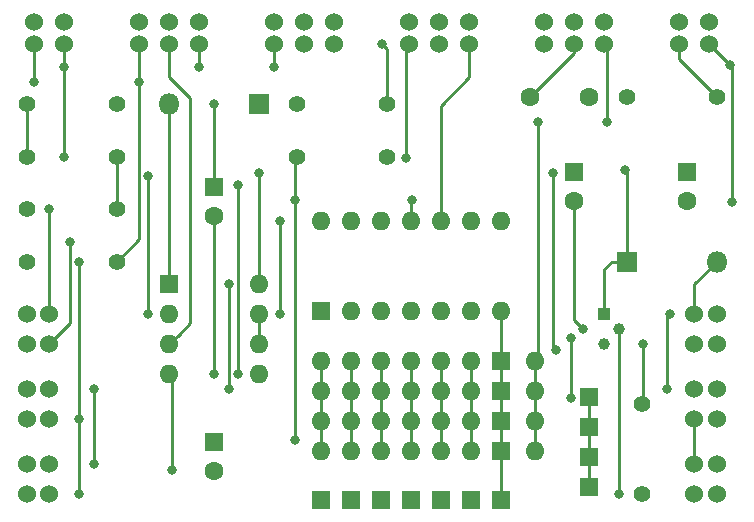
<source format=gbr>
%TF.GenerationSoftware,KiCad,Pcbnew,(2017-11-10 revision 636298b5d)-pre-sym-lib*%
%TF.CreationDate,2017-12-14T16:50:35-08:00*%
%TF.ProjectId,workshop_drum1,776F726B73686F705F6472756D312E6B,rev?*%
%TF.SameCoordinates,Original*%
%TF.FileFunction,Copper,L1,Top,Signal*%
%TF.FilePolarity,Positive*%
%FSLAX46Y46*%
G04 Gerber Fmt 4.6, Leading zero omitted, Abs format (unit mm)*
G04 Created by KiCad (PCBNEW (2017-11-10 revision 636298b5d)-pre-sym-lib) date Thursday, December 14, 2017 'PMt' 04:50:35 PM*
%MOMM*%
%LPD*%
G01*
G04 APERTURE LIST*
%TA.AperFunction,ComponentPad*%
%ADD10R,1.600000X1.600000*%
%TD*%
%TA.AperFunction,ComponentPad*%
%ADD11O,1.600000X1.600000*%
%TD*%
%TA.AperFunction,ComponentPad*%
%ADD12C,1.524000*%
%TD*%
%TA.AperFunction,ComponentPad*%
%ADD13C,1.600000*%
%TD*%
%TA.AperFunction,ComponentPad*%
%ADD14O,1.800000X1.800000*%
%TD*%
%TA.AperFunction,ComponentPad*%
%ADD15R,1.800000X1.800000*%
%TD*%
%TA.AperFunction,ComponentPad*%
%ADD16C,1.397000*%
%TD*%
%TA.AperFunction,ComponentPad*%
%ADD17R,1.000000X1.000000*%
%TD*%
%TA.AperFunction,ComponentPad*%
%ADD18C,1.000000*%
%TD*%
%TA.AperFunction,ViaPad*%
%ADD19C,0.800000*%
%TD*%
%TA.AperFunction,Conductor*%
%ADD20C,0.250000*%
%TD*%
G04 APERTURE END LIST*
D10*
%TO.P,GND2,1*%
%TO.N,Net-(GND1-Pad1)*%
X26797000Y2032000D03*
X29337000Y2032000D03*
X31877000Y2032000D03*
X34417000Y2032000D03*
X36957000Y2032000D03*
X39497000Y2032000D03*
X42037000Y2032000D03*
%TD*%
D11*
%TO.P,IN1,1*%
%TO.N,Net-(IN1-Pad1)*%
X26797000Y11303000D03*
X26797000Y8763000D03*
X26797000Y6223000D03*
X26797000Y13843000D03*
%TD*%
%TO.P,OUT3,1*%
%TO.N,Net-(OUT3-Pad1)*%
X39497000Y11303000D03*
X39497000Y8763000D03*
X39497000Y6223000D03*
X39497000Y13843000D03*
%TD*%
%TO.P,OUT2,1*%
%TO.N,Net-(OUT2-Pad1)*%
X34417000Y13843000D03*
X34417000Y6223000D03*
X34417000Y8763000D03*
X34417000Y11303000D03*
%TD*%
%TO.P,OUT1,1*%
%TO.N,Net-(OUT1-Pad1)*%
X29337000Y11303000D03*
X29337000Y8763000D03*
X29337000Y6223000D03*
X29337000Y13843000D03*
%TD*%
%TO.P,OscSwitchStrip1,1*%
%TO.N,Net-(OscSwitchStrip1-Pad1)*%
X44958000Y13843000D03*
X44958000Y6223000D03*
X44958000Y8763000D03*
X44958000Y11303000D03*
%TD*%
%TO.P,IN2,1*%
%TO.N,Net-(IN2-Pad1)*%
X31877000Y13843000D03*
X31877000Y6223000D03*
X31877000Y8763000D03*
X31877000Y11303000D03*
%TD*%
%TO.P,IN3,1*%
%TO.N,Net-(IN3-Pad1)*%
X36957000Y11303000D03*
X36957000Y8763000D03*
X36957000Y6223000D03*
X36957000Y13843000D03*
%TD*%
D12*
%TO.P,ON/OFF_LED1,*%
%TO.N,*%
X60325000Y15240000D03*
X60325000Y17780000D03*
%TO.P,ON/OFF_LED1,1*%
%TO.N,Net-(ON/OFF_LED1-Pad1)*%
X58420000Y15240000D03*
%TO.P,ON/OFF_LED1,2*%
%TO.N,Net-(D1-Pad2)*%
X58420000Y17780000D03*
%TD*%
%TO.P,Trig_LED1,2*%
%TO.N,Net-(Trig_LED1-Pad2)*%
X3810000Y15240000D03*
%TO.P,Trig_LED1,1*%
%TO.N,Net-(R8-Pad2)*%
X3810000Y17780000D03*
%TO.P,Trig_LED1,*%
%TO.N,*%
X1905000Y15240000D03*
X1905000Y17780000D03*
%TD*%
D13*
%TO.P,C5,1*%
%TO.N,Net-(C5-Pad1)*%
X49530000Y36195000D03*
%TO.P,C5,2*%
%TO.N,Net-(C5-Pad2)*%
X44530000Y36195000D03*
%TD*%
%TO.P,C4,2*%
%TO.N,GND*%
X17780000Y4485000D03*
D10*
%TO.P,C4,1*%
%TO.N,Net-(C4-Pad1)*%
X17780000Y6985000D03*
%TD*%
%TO.P,C1,1*%
%TO.N,Net-(C1-Pad1)*%
X57785000Y29845000D03*
D13*
%TO.P,C1,2*%
%TO.N,GND*%
X57785000Y27345000D03*
%TD*%
%TO.P,C2,2*%
%TO.N,GND*%
X17780000Y26075000D03*
D10*
%TO.P,C2,1*%
%TO.N,Net-(C2-Pad1)*%
X17780000Y28575000D03*
%TD*%
%TO.P,C3,1*%
%TO.N,+5V*%
X48260000Y29845000D03*
D13*
%TO.P,C3,2*%
%TO.N,GND*%
X48260000Y27345000D03*
%TD*%
D14*
%TO.P,D2,2*%
%TO.N,Net-(D2-Pad2)*%
X13970000Y35560000D03*
D15*
%TO.P,D2,1*%
%TO.N,Net-(C2-Pad1)*%
X21590000Y35560000D03*
%TD*%
%TO.P,D1,1*%
%TO.N,Net-(C1-Pad1)*%
X52705000Y22225000D03*
D14*
%TO.P,D1,2*%
%TO.N,Net-(D1-Pad2)*%
X60325000Y22225000D03*
%TD*%
D16*
%TO.P,R8,2*%
%TO.N,Net-(R8-Pad2)*%
X1905000Y26670000D03*
%TO.P,R8,1*%
%TO.N,GND*%
X9525000Y26670000D03*
%TD*%
%TO.P,R7,1*%
%TO.N,Net-(C5-Pad1)*%
X52705000Y36195000D03*
%TO.P,R7,2*%
%TO.N,Net-(J3-Pad1)*%
X60325000Y36195000D03*
%TD*%
%TO.P,R6,2*%
%TO.N,Net-(PITCH1-Pad1)*%
X32385000Y31115000D03*
%TO.P,R6,1*%
%TO.N,Net-(C4-Pad1)*%
X24765000Y31115000D03*
%TD*%
%TO.P,R5,1*%
%TO.N,Net-(DECAY1-Pad2)*%
X32385000Y35560000D03*
%TO.P,R5,2*%
%TO.N,Net-(C2-Pad1)*%
X24765000Y35560000D03*
%TD*%
%TO.P,R4,2*%
%TO.N,Net-(R2-Pad1)*%
X1905000Y35560000D03*
%TO.P,R4,1*%
%TO.N,Net-(D2-Pad2)*%
X9525000Y35560000D03*
%TD*%
%TO.P,R3,1*%
%TO.N,Net-(ON/OFF_LED1-Pad1)*%
X53975000Y10160000D03*
%TO.P,R3,2*%
%TO.N,GND*%
X53975000Y2540000D03*
%TD*%
%TO.P,R2,2*%
%TO.N,GND*%
X9525000Y31115000D03*
%TO.P,R2,1*%
%TO.N,Net-(R2-Pad1)*%
X1905000Y31115000D03*
%TD*%
%TO.P,R1,1*%
%TO.N,Net-(J2-Pad1)*%
X9525000Y22225000D03*
%TO.P,R1,2*%
%TO.N,Net-(Button_ON1-Pad1)*%
X1905000Y22225000D03*
%TD*%
D17*
%TO.P,U3,1*%
%TO.N,Net-(C1-Pad1)*%
X50800000Y17780000D03*
D18*
%TO.P,U3,3*%
%TO.N,+5V*%
X50800000Y15240000D03*
%TO.P,U3,2*%
%TO.N,GND*%
X52070000Y16510000D03*
%TD*%
D12*
%TO.P,J1,1*%
%TO.N,Net-(J1-Pad1)*%
X58420000Y5080000D03*
%TO.P,J1,2*%
%TO.N,GND*%
X58420000Y2540000D03*
%TO.P,J1,*%
%TO.N,*%
X60325000Y5080000D03*
X60325000Y2540000D03*
%TD*%
%TO.P,J2,*%
%TO.N,*%
X5080000Y42545000D03*
X2540000Y42545000D03*
%TO.P,J2,2*%
%TO.N,GND*%
X5080000Y40640000D03*
%TO.P,J2,1*%
%TO.N,Net-(J2-Pad1)*%
X2540000Y40640000D03*
%TD*%
%TO.P,J3,1*%
%TO.N,Net-(J3-Pad1)*%
X57150000Y40640000D03*
%TO.P,J3,2*%
%TO.N,GND*%
X59690000Y40640000D03*
%TO.P,J3,*%
%TO.N,*%
X57150000Y42545000D03*
X59690000Y42545000D03*
%TD*%
%TO.P,DECAY1,*%
%TO.N,*%
X25400000Y42545000D03*
X22860000Y42545000D03*
%TO.P,DECAY1,2*%
%TO.N,Net-(DECAY1-Pad2)*%
X25400000Y40640000D03*
%TO.P,DECAY1,1*%
%TO.N,GND*%
X22860000Y40640000D03*
%TO.P,DECAY1,3*%
%TO.N,Net-(DECAY1-Pad2)*%
X27940000Y40640000D03*
%TO.P,DECAY1,*%
%TO.N,*%
X27940000Y42545000D03*
%TD*%
%TO.P,PITCH1,*%
%TO.N,*%
X39370000Y42545000D03*
%TO.P,PITCH1,3*%
%TO.N,Net-(Osc_Select1-Pad1)*%
X39370000Y40640000D03*
%TO.P,PITCH1,1*%
%TO.N,Net-(PITCH1-Pad1)*%
X34290000Y40640000D03*
%TO.P,PITCH1,2*%
X36830000Y40640000D03*
%TO.P,PITCH1,*%
%TO.N,*%
X34290000Y42545000D03*
X36830000Y42545000D03*
%TD*%
%TO.P,SENSE/STARVE1,*%
%TO.N,*%
X13970000Y42545000D03*
X11430000Y42545000D03*
%TO.P,SENSE/STARVE1,2*%
%TO.N,Net-(SENSE/STARVE1-Pad2)*%
X13970000Y40640000D03*
%TO.P,SENSE/STARVE1,1*%
%TO.N,Net-(J2-Pad1)*%
X11430000Y40640000D03*
%TO.P,SENSE/STARVE1,3*%
%TO.N,GND*%
X16510000Y40640000D03*
%TO.P,SENSE/STARVE1,*%
%TO.N,*%
X16510000Y42545000D03*
%TD*%
%TO.P,Osc_Select1,*%
%TO.N,*%
X48260000Y42545000D03*
X45720000Y42545000D03*
%TO.P,Osc_Select1,2*%
%TO.N,Net-(C5-Pad2)*%
X48260000Y40640000D03*
%TO.P,Osc_Select1,1*%
%TO.N,Net-(Osc_Select1-Pad1)*%
X45720000Y40640000D03*
%TO.P,Osc_Select1,3*%
%TO.N,Net-(OscSwitchStrip1-Pad1)*%
X50800000Y40640000D03*
%TO.P,Osc_Select1,*%
%TO.N,*%
X50800000Y42545000D03*
%TD*%
%TO.P,Button_ON1,1*%
%TO.N,Net-(Button_ON1-Pad1)*%
X3810000Y2540000D03*
%TO.P,Button_ON1,2*%
%TO.N,+5V*%
X3810000Y5080000D03*
%TO.P,Button_ON1,*%
%TO.N,*%
X1905000Y2540000D03*
X1905000Y5080000D03*
%TD*%
%TO.P,PWR2,*%
%TO.N,*%
X60325000Y8890000D03*
X60325000Y11430000D03*
%TO.P,PWR2,2*%
%TO.N,Net-(J1-Pad1)*%
X58420000Y8890000D03*
%TO.P,PWR2,1*%
%TO.N,Net-(D1-Pad2)*%
X58420000Y11430000D03*
%TD*%
%TO.P,Switch_On1,1*%
%TO.N,Net-(Button_ON1-Pad1)*%
X3810000Y8890000D03*
%TO.P,Switch_On1,2*%
%TO.N,+5V*%
X3810000Y11430000D03*
%TO.P,Switch_On1,*%
%TO.N,*%
X1905000Y8890000D03*
X1905000Y11430000D03*
%TD*%
D10*
%TO.P,PWR1,1*%
%TO.N,Net-(PWR1-Pad1)*%
X49530000Y10795000D03*
X49530000Y8255000D03*
X49530000Y5715000D03*
X49530000Y3175000D03*
%TD*%
D11*
%TO.P,U2,14*%
%TO.N,Net-(PWR1-Pad1)*%
X26797000Y25654000D03*
%TO.P,U2,7*%
%TO.N,Net-(GND1-Pad1)*%
X42037000Y18034000D03*
%TO.P,U2,13*%
%TO.N,Net-(U2-Pad13)*%
X29337000Y25654000D03*
%TO.P,U2,6*%
%TO.N,Net-(OUT3-Pad1)*%
X39497000Y18034000D03*
%TO.P,U2,12*%
%TO.N,Net-(U2-Pad12)*%
X31877000Y25654000D03*
%TO.P,U2,5*%
%TO.N,Net-(IN3-Pad1)*%
X36957000Y18034000D03*
%TO.P,U2,11*%
%TO.N,Net-(C4-Pad1)*%
X34417000Y25654000D03*
%TO.P,U2,4*%
%TO.N,Net-(OUT2-Pad1)*%
X34417000Y18034000D03*
%TO.P,U2,10*%
%TO.N,Net-(Osc_Select1-Pad1)*%
X36957000Y25654000D03*
%TO.P,U2,3*%
%TO.N,Net-(IN2-Pad1)*%
X31877000Y18034000D03*
%TO.P,U2,9*%
%TO.N,GND*%
X39497000Y25654000D03*
%TO.P,U2,2*%
%TO.N,Net-(OUT1-Pad1)*%
X29337000Y18034000D03*
%TO.P,U2,8*%
%TO.N,Net-(Trig_LED1-Pad2)*%
X42037000Y25654000D03*
D10*
%TO.P,U2,1*%
%TO.N,Net-(IN1-Pad1)*%
X26797000Y18034000D03*
%TD*%
%TO.P,U1,1*%
%TO.N,Net-(D2-Pad2)*%
X13970000Y20320000D03*
D11*
%TO.P,U1,5*%
%TO.N,Net-(C2-Pad1)*%
X21590000Y12700000D03*
%TO.P,U1,2*%
%TO.N,Net-(R2-Pad1)*%
X13970000Y17780000D03*
%TO.P,U1,6*%
%TO.N,Net-(PWR1-Pad1)*%
X21590000Y15240000D03*
%TO.P,U1,3*%
%TO.N,Net-(SENSE/STARVE1-Pad2)*%
X13970000Y15240000D03*
%TO.P,U1,7*%
%TO.N,Net-(PWR1-Pad1)*%
X21590000Y17780000D03*
%TO.P,U1,4*%
%TO.N,GND*%
X13970000Y12700000D03*
%TO.P,U1,8*%
%TO.N,+5V*%
X21590000Y20320000D03*
%TD*%
D10*
%TO.P,GND1,1*%
%TO.N,Net-(GND1-Pad1)*%
X42037000Y13843000D03*
X42037000Y11303000D03*
X42037000Y8763000D03*
X42037000Y6223000D03*
%TD*%
D19*
%TO.N,Net-(PWR1-Pad1)*%
X48006000Y15748000D03*
X23368000Y25654000D03*
X23368000Y17780000D03*
X48006000Y10668000D03*
%TO.N,Net-(Button_ON1-Pad1)*%
X6350000Y8890000D03*
X6350000Y2540000D03*
X6350000Y22225000D03*
%TO.N,+5V*%
X46736000Y14732000D03*
X46482000Y29718000D03*
X21590000Y29718000D03*
X19050000Y20320000D03*
X19050001Y11430000D03*
X7620000Y5080000D03*
X7620000Y11430000D03*
%TO.N,Net-(D1-Pad2)*%
X56388000Y17780000D03*
X56134000Y11430000D03*
%TO.N,Net-(J2-Pad1)*%
X11430000Y37465000D03*
X2540000Y37465000D03*
%TO.N,GND*%
X61468000Y38862000D03*
X49022000Y16510000D03*
X52070000Y2540000D03*
X17780000Y12700000D03*
X14224000Y4572000D03*
X61595000Y27305000D03*
X22860000Y38735000D03*
X5080000Y38735000D03*
X16510000Y38735000D03*
X5080000Y31115000D03*
%TO.N,Net-(PITCH1-Pad1)*%
X34036000Y30988000D03*
%TO.N,Net-(DECAY1-Pad2)*%
X32004000Y40640000D03*
%TO.N,Net-(C1-Pad1)*%
X52578000Y29972000D03*
%TO.N,Net-(R2-Pad1)*%
X12192000Y29464000D03*
X12192000Y17780000D03*
%TO.N,Net-(ON/OFF_LED1-Pad1)*%
X54102000Y15240000D03*
%TO.N,Net-(C2-Pad1)*%
X19812000Y28702000D03*
X19812000Y12700000D03*
X17780000Y35560000D03*
%TO.N,Net-(C4-Pad1)*%
X24638002Y27432000D03*
X34544000Y27432000D03*
X24638002Y7112000D03*
%TO.N,Net-(R8-Pad2)*%
X3810000Y26670000D03*
%TO.N,Net-(Trig_LED1-Pad2)*%
X5588000Y23876000D03*
%TO.N,Net-(OscSwitchStrip1-Pad1)*%
X51054000Y34036000D03*
X45212000Y34036000D03*
%TD*%
D20*
%TO.N,Net-(GND1-Pad1)*%
X42037000Y18034000D02*
X42037000Y13843000D01*
X42037000Y2032000D02*
X42037000Y6223000D01*
X42037000Y6223000D02*
X42037000Y8763000D01*
X42037000Y11303000D02*
X42037000Y8763000D01*
X42037000Y13843000D02*
X42037000Y11303000D01*
%TO.N,Net-(PWR1-Pad1)*%
X48006000Y10668000D02*
X48006000Y15748000D01*
X23368000Y17780000D02*
X23368000Y25654000D01*
X21590000Y15240000D02*
X21590000Y17780000D01*
X49530000Y5715000D02*
X49530000Y3175000D01*
X49530000Y8255000D02*
X49530000Y5715000D01*
X49530000Y10795000D02*
X49530000Y8255000D01*
%TO.N,Net-(Button_ON1-Pad1)*%
X6350000Y8890000D02*
X6350000Y11430000D01*
X6350000Y2540000D02*
X6350000Y8890000D01*
X6350000Y22225000D02*
X6350000Y11430000D01*
%TO.N,+5V*%
X46482000Y29718000D02*
X46482000Y14986000D01*
X46482000Y14986000D02*
X46736000Y14732000D01*
X21590000Y20320000D02*
X21590000Y29718000D01*
X19050000Y19754315D02*
X19050000Y20320000D01*
X19050001Y11430000D02*
X19050000Y19754315D01*
X7620000Y11430000D02*
X7620000Y5080000D01*
%TO.N,Net-(J1-Pad1)*%
X58420000Y5080000D02*
X58420000Y8890000D01*
%TO.N,Net-(D1-Pad2)*%
X58420000Y17780000D02*
X58420000Y20320000D01*
X58420000Y20320000D02*
X60325000Y22225000D01*
X56134000Y11430000D02*
X56134000Y17526000D01*
X56134000Y17526000D02*
X56388000Y17780000D01*
%TO.N,Net-(C5-Pad2)*%
X44530000Y36195000D02*
X48260000Y39925000D01*
X48260000Y39925000D02*
X48260000Y40640000D01*
%TO.N,Net-(Osc_Select1-Pad1)*%
X39370000Y40640000D02*
X39370000Y37846000D01*
X39370000Y37846000D02*
X36957000Y35433000D01*
X36957000Y35433000D02*
X36957000Y25654000D01*
%TO.N,Net-(SENSE/STARVE1-Pad2)*%
X13970000Y40640000D02*
X13970000Y37846000D01*
X14769999Y16039999D02*
X13970000Y15240000D01*
X13970000Y37846000D02*
X15748000Y36068000D01*
X15748000Y36068000D02*
X15748000Y17018000D01*
X15748000Y17018000D02*
X14769999Y16039999D01*
%TO.N,Net-(J2-Pad1)*%
X9525000Y22225000D02*
X11430000Y24130000D01*
X11430000Y24130000D02*
X11430000Y37465000D01*
X11430000Y37465000D02*
X11430000Y40640000D01*
X2540000Y40640000D02*
X2540000Y37465000D01*
%TO.N,GND*%
X61595000Y38735000D02*
X61468000Y38862000D01*
X61595000Y27305000D02*
X61595000Y38735000D01*
X59690000Y40640000D02*
X61468000Y38862000D01*
X48260000Y27345000D02*
X48260000Y17272000D01*
X48260000Y17272000D02*
X49022000Y16510000D01*
X52070000Y2540000D02*
X52070000Y16510000D01*
X17780000Y12700000D02*
X17780000Y26075000D01*
X14224000Y4572000D02*
X14224000Y12446000D01*
X14224000Y12446000D02*
X13970000Y12700000D01*
X22860000Y38735000D02*
X22860000Y40640000D01*
X5080000Y40640000D02*
X5080000Y38735000D01*
X5080000Y38735000D02*
X5080000Y31115000D01*
X16510000Y40640000D02*
X16510000Y38735000D01*
X9525000Y31115000D02*
X9525000Y26670000D01*
%TO.N,Net-(PITCH1-Pad1)*%
X34036000Y30988000D02*
X34036000Y40386000D01*
X34036000Y40386000D02*
X34290000Y40640000D01*
%TO.N,Net-(DECAY1-Pad2)*%
X32385000Y35560000D02*
X32385000Y40259000D01*
X32385000Y40259000D02*
X32004000Y40640000D01*
%TO.N,Net-(J3-Pad1)*%
X57150000Y40640000D02*
X57150000Y39370000D01*
X57150000Y39370000D02*
X60325000Y36195000D01*
%TO.N,Net-(C1-Pad1)*%
X52705000Y22225000D02*
X51435000Y22225000D01*
X51435000Y22225000D02*
X50800000Y21590000D01*
X50800000Y21590000D02*
X50800000Y17780000D01*
X52705000Y22225000D02*
X52705000Y29845000D01*
X52705000Y29845000D02*
X52578000Y29972000D01*
%TO.N,Net-(R2-Pad1)*%
X12192000Y18345685D02*
X12192000Y29464000D01*
X12192000Y17780000D02*
X12192000Y18345685D01*
X1905000Y35560000D02*
X1905000Y31115000D01*
%TO.N,Net-(ON/OFF_LED1-Pad1)*%
X54102000Y15240000D02*
X54102000Y10287000D01*
X54102000Y10287000D02*
X53975000Y10160000D01*
%TO.N,Net-(D2-Pad2)*%
X13970000Y35560000D02*
X13970000Y34287208D01*
X13970000Y34287208D02*
X13970000Y20320000D01*
%TO.N,Net-(C2-Pad1)*%
X19812000Y12700000D02*
X19812000Y28702000D01*
X17780000Y35560000D02*
X17780000Y28575000D01*
%TO.N,Net-(C4-Pad1)*%
X24638002Y7112000D02*
X24638002Y27432000D01*
X24638002Y27432000D02*
X24638002Y30988002D01*
X34417000Y25654000D02*
X34417000Y27305000D01*
X34417000Y27305000D02*
X34544000Y27432000D01*
X24638002Y30988002D02*
X24765000Y31115000D01*
%TO.N,Net-(R8-Pad2)*%
X3810000Y26670000D02*
X3810000Y17780000D01*
%TO.N,Net-(Trig_LED1-Pad2)*%
X5588000Y23876000D02*
X5588000Y17018000D01*
X5588000Y17018000D02*
X3810000Y15240000D01*
%TO.N,Net-(OscSwitchStrip1-Pad1)*%
X44958000Y8763000D02*
X44958000Y7631630D01*
X44958000Y7631630D02*
X44958000Y6223000D01*
X44958000Y11303000D02*
X44958000Y10171630D01*
X44958000Y10171630D02*
X44958000Y8763000D01*
X44958000Y13843000D02*
X44958000Y11303000D01*
X45212000Y34036000D02*
X45212000Y14097000D01*
X45212000Y14097000D02*
X44958000Y13843000D01*
X51054000Y34036000D02*
X51054000Y40386000D01*
X51054000Y40386000D02*
X50800000Y40640000D01*
%TO.N,Net-(IN3-Pad1)*%
X36957000Y8763000D02*
X36957000Y6223000D01*
X36957000Y11303000D02*
X36957000Y8763000D01*
X36957000Y13843000D02*
X36957000Y11303000D01*
%TO.N,Net-(IN2-Pad1)*%
X31877000Y13843000D02*
X31877000Y11303000D01*
X31877000Y8763000D02*
X31877000Y11303000D01*
X31877000Y6223000D02*
X31877000Y8763000D01*
%TO.N,Net-(IN1-Pad1)*%
X26797000Y11303000D02*
X26797000Y13843000D01*
X26797000Y8763000D02*
X26797000Y11303000D01*
X26797000Y6223000D02*
X26797000Y8763000D01*
%TO.N,Net-(OUT1-Pad1)*%
X29337000Y8763000D02*
X29337000Y6223000D01*
X29337000Y11303000D02*
X29337000Y8763000D01*
X29337000Y13843000D02*
X29337000Y11303000D01*
%TO.N,Net-(OUT2-Pad1)*%
X34417000Y8763000D02*
X34417000Y6223000D01*
X34417000Y11303000D02*
X34417000Y8763000D01*
X34417000Y13843000D02*
X34417000Y11303000D01*
%TO.N,Net-(OUT3-Pad1)*%
X39497000Y11303000D02*
X39497000Y13843000D01*
X39497000Y11303000D02*
X39497000Y8763000D01*
X39497000Y6223000D02*
X39497000Y8763000D01*
%TD*%
M02*

</source>
